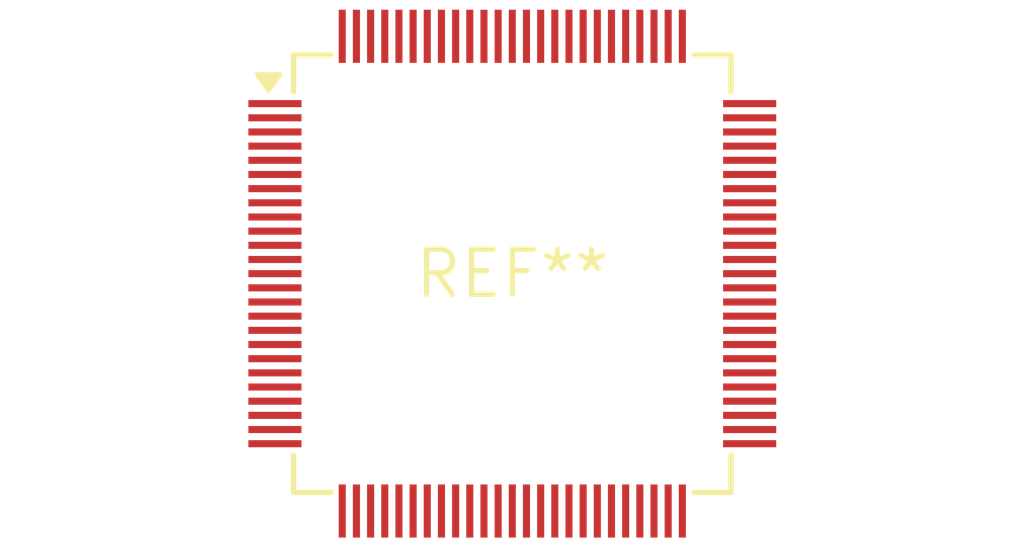
<source format=kicad_pcb>
(kicad_pcb (version 20240108) (generator pcbnew)
  (layers (0 "F.Cu" signal) (31 "B.Cu" signal) (34 "B.Paste" user) (35 "F.Paste" user) (36 "B.SilkS" user "B.Silkscreen") (37 "F.SilkS" user "F.Silkscreen") (38 "B.Mask" user) (39 "F.Mask" user) (44 "Edge.Cuts" user))
  (net 0 "")
  (footprint "TQFP-100_12x12mm_P0.4mm" (layer "F.Cu") (at 0 0)
    (property "Reference" "REF**")
    (property "Value" "TQFP-100_12x12mm_P0.4mm")
    (fp_line (start -6.175 -6.175) (end -5.125 -6.175) (layer "F.SilkS") (stroke (width 0.15)))
    (fp_line (start -6.175 -5.125) (end -6.175 -6.175) (layer "F.SilkS") (stroke (width 0.15)))
    (fp_line (start -6.175 6.175) (end -6.175 5.125) (layer "F.SilkS") (stroke (width 0.15)))
    (fp_line (start -6.175 6.175) (end -5.125 6.175) (layer "F.SilkS") (stroke (width 0.15)))
    (fp_line (start 6.175 -6.175) (end 5.125 -6.175) (layer "F.SilkS") (stroke (width 0.15)))
    (fp_line (start 6.175 -6.175) (end 6.175 -5.125) (layer "F.SilkS") (stroke (width 0.15)))
    (fp_line (start 6.175 6.175) (end 5.125 6.175) (layer "F.SilkS") (stroke (width 0.15)))
    (fp_line (start 6.175 6.175) (end 6.175 5.125) (layer "F.SilkS") (stroke (width 0.15)))
    (fp_poly (pts (xy -6.88 -5.16) (xy -7.22 -5.63) (xy -6.54 -5.63) (xy -6.88 -5.16)) (layer "F.SilkS") (stroke (width 0.12)) (fill solid))
    (pad "1" smd rect (at -6.7 -4.8) (size 1.5 0.2) (layers "F.Cu" "F.Paste" "F.Mask"))
    (pad "2" smd rect (at -6.7 -4.4) (size 1.5 0.2) (layers "F.Cu" "F.Paste" "F.Mask"))
    (pad "3" smd rect (at -6.7 -4) (size 1.5 0.2) (layers "F.Cu" "F.Paste" "F.Mask"))
    (pad "4" smd rect (at -6.7 -3.6) (size 1.5 0.2) (layers "F.Cu" "F.Paste" "F.Mask"))
    (pad "5" smd rect (at -6.7 -3.2) (size 1.5 0.2) (layers "F.Cu" "F.Paste" "F.Mask"))
    (pad "6" smd rect (at -6.7 -2.8) (size 1.5 0.2) (layers "F.Cu" "F.Paste" "F.Mask"))
    (pad "7" smd rect (at -6.7 -2.4) (size 1.5 0.2) (layers "F.Cu" "F.Paste" "F.Mask"))
    (pad "8" smd rect (at -6.7 -2) (size 1.5 0.2) (layers "F.Cu" "F.Paste" "F.Mask"))
    (pad "9" smd rect (at -6.7 -1.6) (size 1.5 0.2) (layers "F.Cu" "F.Paste" "F.Mask"))
    (pad "10" smd rect (at -6.7 -1.2) (size 1.5 0.2) (layers "F.Cu" "F.Paste" "F.Mask"))
    (pad "11" smd rect (at -6.7 -0.8) (size 1.5 0.2) (layers "F.Cu" "F.Paste" "F.Mask"))
    (pad "12" smd rect (at -6.7 -0.4) (size 1.5 0.2) (layers "F.Cu" "F.Paste" "F.Mask"))
    (pad "13" smd rect (at -6.7 0) (size 1.5 0.2) (layers "F.Cu" "F.Paste" "F.Mask"))
    (pad "14" smd rect (at -6.7 0.4) (size 1.5 0.2) (layers "F.Cu" "F.Paste" "F.Mask"))
    (pad "15" smd rect (at -6.7 0.8) (size 1.5 0.2) (layers "F.Cu" "F.Paste" "F.Mask"))
    (pad "16" smd rect (at -6.7 1.2) (size 1.5 0.2) (layers "F.Cu" "F.Paste" "F.Mask"))
    (pad "17" smd rect (at -6.7 1.6) (size 1.5 0.2) (layers "F.Cu" "F.Paste" "F.Mask"))
    (pad "18" smd rect (at -6.7 2) (size 1.5 0.2) (layers "F.Cu" "F.Paste" "F.Mask"))
    (pad "19" smd rect (at -6.7 2.4) (size 1.5 0.2) (layers "F.Cu" "F.Paste" "F.Mask"))
    (pad "20" smd rect (at -6.7 2.8) (size 1.5 0.2) (layers "F.Cu" "F.Paste" "F.Mask"))
    (pad "21" smd rect (at -6.7 3.2) (size 1.5 0.2) (layers "F.Cu" "F.Paste" "F.Mask"))
    (pad "22" smd rect (at -6.7 3.6) (size 1.5 0.2) (layers "F.Cu" "F.Paste" "F.Mask"))
    (pad "23" smd rect (at -6.7 4) (size 1.5 0.2) (layers "F.Cu" "F.Paste" "F.Mask"))
    (pad "24" smd rect (at -6.7 4.4) (size 1.5 0.2) (layers "F.Cu" "F.Paste" "F.Mask"))
    (pad "25" smd rect (at -6.7 4.8) (size 1.5 0.2) (layers "F.Cu" "F.Paste" "F.Mask"))
    (pad "26" smd rect (at -4.8 6.7 90) (size 1.5 0.2) (layers "F.Cu" "F.Paste" "F.Mask"))
    (pad "27" smd rect (at -4.4 6.7 90) (size 1.5 0.2) (layers "F.Cu" "F.Paste" "F.Mask"))
    (pad "28" smd rect (at -4 6.7 90) (size 1.5 0.2) (layers "F.Cu" "F.Paste" "F.Mask"))
    (pad "29" smd rect (at -3.6 6.7 90) (size 1.5 0.2) (layers "F.Cu" "F.Paste" "F.Mask"))
    (pad "30" smd rect (at -3.2 6.7 90) (size 1.5 0.2) (layers "F.Cu" "F.Paste" "F.Mask"))
    (pad "31" smd rect (at -2.8 6.7 90) (size 1.5 0.2) (layers "F.Cu" "F.Paste" "F.Mask"))
    (pad "32" smd rect (at -2.4 6.7 90) (size 1.5 0.2) (layers "F.Cu" "F.Paste" "F.Mask"))
    (pad "33" smd rect (at -2 6.7 90) (size 1.5 0.2) (layers "F.Cu" "F.Paste" "F.Mask"))
    (pad "34" smd rect (at -1.6 6.7 90) (size 1.5 0.2) (layers "F.Cu" "F.Paste" "F.Mask"))
    (pad "35" smd rect (at -1.2 6.7 90) (size 1.5 0.2) (layers "F.Cu" "F.Paste" "F.Mask"))
    (pad "36" smd rect (at -0.8 6.7 90) (size 1.5 0.2) (layers "F.Cu" "F.Paste" "F.Mask"))
    (pad "37" smd rect (at -0.4 6.7 90) (size 1.5 0.2) (layers "F.Cu" "F.Paste" "F.Mask"))
    (pad "38" smd rect (at 0 6.7 90) (size 1.5 0.2) (layers "F.Cu" "F.Paste" "F.Mask"))
    (pad "39" smd rect (at 0.4 6.7 90) (size 1.5 0.2) (layers "F.Cu" "F.Paste" "F.Mask"))
    (pad "40" smd rect (at 0.8 6.7 90) (size 1.5 0.2) (layers "F.Cu" "F.Paste" "F.Mask"))
    (pad "41" smd rect (at 1.2 6.7 90) (size 1.5 0.2) (layers "F.Cu" "F.Paste" "F.Mask"))
    (pad "42" smd rect (at 1.6 6.7 90) (size 1.5 0.2) (layers "F.Cu" "F.Paste" "F.Mask"))
    (pad "43" smd rect (at 2 6.7 90) (size 1.5 0.2) (layers "F.Cu" "F.Paste" "F.Mask"))
    (pad "44" smd rect (at 2.4 6.7 90) (size 1.5 0.2) (layers "F.Cu" "F.Paste" "F.Mask"))
    (pad "45" smd rect (at 2.8 6.7 90) (size 1.5 0.2) (layers "F.Cu" "F.Paste" "F.Mask"))
    (pad "46" smd rect (at 3.2 6.7 90) (size 1.5 0.2) (layers "F.Cu" "F.Paste" "F.Mask"))
    (pad "47" smd rect (at 3.6 6.7 90) (size 1.5 0.2) (layers "F.Cu" "F.Paste" "F.Mask"))
    (pad "48" smd rect (at 4 6.7 90) (size 1.5 0.2) (layers "F.Cu" "F.Paste" "F.Mask"))
    (pad "49" smd rect (at 4.4 6.7 90) (size 1.5 0.2) (layers "F.Cu" "F.Paste" "F.Mask"))
    (pad "50" smd rect (at 4.8 6.7 90) (size 1.5 0.2) (layers "F.Cu" "F.Paste" "F.Mask"))
    (pad "51" smd rect (at 6.7 4.8) (size 1.5 0.2) (layers "F.Cu" "F.Paste" "F.Mask"))
    (pad "52" smd rect (at 6.7 4.4) (size 1.5 0.2) (layers "F.Cu" "F.Paste" "F.Mask"))
    (pad "53" smd rect (at 6.7 4) (size 1.5 0.2) (layers "F.Cu" "F.Paste" "F.Mask"))
    (pad "54" smd rect (at 6.7 3.6) (size 1.5 0.2) (layers "F.Cu" "F.Paste" "F.Mask"))
    (pad "55" smd rect (at 6.7 3.2) (size 1.5 0.2) (layers "F.Cu" "F.Paste" "F.Mask"))
    (pad "56" smd rect (at 6.7 2.8) (size 1.5 0.2) (layers "F.Cu" "F.Paste" "F.Mask"))
    (pad "57" smd rect (at 6.7 2.4) (size 1.5 0.2) (layers "F.Cu" "F.Paste" "F.Mask"))
    (pad "58" smd rect (at 6.7 2) (size 1.5 0.2) (layers "F.Cu" "F.Paste" "F.Mask"))
    (pad "59" smd rect (at 6.7 1.6) (size 1.5 0.2) (layers "F.Cu" "F.Paste" "F.Mask"))
    (pad "60" smd rect (at 6.7 1.2) (size 1.5 0.2) (layers "F.Cu" "F.Paste" "F.Mask"))
    (pad "61" smd rect (at 6.7 0.8) (size 1.5 0.2) (layers "F.Cu" "F.Paste" "F.Mask"))
    (pad "62" smd rect (at 6.7 0.4) (size 1.5 0.2) (layers "F.Cu" "F.Paste" "F.Mask"))
    (pad "63" smd rect (at 6.7 0) (size 1.5 0.2) (layers "F.Cu" "F.Paste" "F.Mask"))
    (pad "64" smd rect (at 6.7 -0.4) (size 1.5 0.2) (layers "F.Cu" "F.Paste" "F.Mask"))
    (pad "65" smd rect (at 6.7 -0.8) (size 1.5 0.2) (layers "F.Cu" "F.Paste" "F.Mask"))
    (pad "66" smd rect (at 6.7 -1.2) (size 1.5 0.2) (layers "F.Cu" "F.Paste" "F.Mask"))
    (pad "67" smd rect (at 6.7 -1.6) (size 1.5 0.2) (layers "F.Cu" "F.Paste" "F.Mask"))
    (pad "68" smd rect (at 6.7 -2) (size 1.5 0.2) (layers "F.Cu" "F.Paste" "F.Mask"))
    (pad "69" smd rect (at 6.7 -2.4) (size 1.5 0.2) (layers "F.Cu" "F.Paste" "F.Mask"))
    (pad "70" smd rect (at 6.7 -2.8) (size 1.5 0.2) (layers "F.Cu" "F.Paste" "F.Mask"))
    (pad "71" smd rect (at 6.7 -3.2) (size 1.5 0.2) (layers "F.Cu" "F.Paste" "F.Mask"))
    (pad "72" smd rect (at 6.7 -3.6) (size 1.5 0.2) (layers "F.Cu" "F.Paste" "F.Mask"))
    (pad "73" smd rect (at 6.7 -4) (size 1.5 0.2) (layers "F.Cu" "F.Paste" "F.Mask"))
    (pad "74" smd rect (at 6.7 -4.4) (size 1.5 0.2) (layers "F.Cu" "F.Paste" "F.Mask"))
    (pad "75" smd rect (at 6.7 -4.8) (size 1.5 0.2) (layers "F.Cu" "F.Paste" "F.Mask"))
    (pad "76" smd rect (at 4.8 -6.7 90) (size 1.5 0.2) (layers "F.Cu" "F.Paste" "F.Mask"))
    (pad "77" smd rect (at 4.4 -6.7 90) (size 1.5 0.2) (layers "F.Cu" "F.Paste" "F.Mask"))
    (pad "78" smd rect (at 4 -6.7 90) (size 1.5 0.2) (layers "F.Cu" "F.Paste" "F.Mask"))
    (pad "79" smd rect (at 3.6 -6.7 90) (size 1.5 0.2) (layers "F.Cu" "F.Paste" "F.Mask"))
    (pad "80" smd rect (at 3.2 -6.7 90) (size 1.5 0.2) (layers "F.Cu" "F.Paste" "F.Mask"))
    (pad "81" smd rect (at 2.8 -6.7 90) (size 1.5 0.2) (layers "F.Cu" "F.Paste" "F.Mask"))
    (pad "82" smd rect (at 2.4 -6.7 90) (size 1.5 0.2) (layers "F.Cu" "F.Paste" "F.Mask"))
    (pad "83" smd rect (at 2 -6.7 90) (size 1.5 0.2) (layers "F.Cu" "F.Paste" "F.Mask"))
    (pad "84" smd rect (at 1.6 -6.7 90) (size 1.5 0.2) (layers "F.Cu" "F.Paste" "F.Mask"))
    (pad "85" smd rect (at 1.2 -6.7 90) (size 1.5 0.2) (layers "F.Cu" "F.Paste" "F.Mask"))
    (pad "86" smd rect (at 0.8 -6.7 90) (size 1.5 0.2) (layers "F.Cu" "F.Paste" "F.Mask"))
    (pad "87" smd rect (at 0.4 -6.7 90) (size 1.5 0.2) (layers "F.Cu" "F.Paste" "F.Mask"))
    (pad "88" smd rect (at 0 -6.7 90) (size 1.5 0.2) (layers "F.Cu" "F.Paste" "F.Mask"))
    (pad "89" smd rect (at -0.4 -6.7 90) (size 1.5 0.2) (layers "F.Cu" "F.Paste" "F.Mask"))
    (pad "90" smd rect (at -0.8 -6.7 90) (size 1.5 0.2) (layers "F.Cu" "F.Paste" "F.Mask"))
    (pad "91" smd rect (at -1.2 -6.7 90) (size 1.5 0.2) (layers "F.Cu" "F.Paste" "F.Mask"))
    (pad "92" smd rect (at -1.6 -6.7 90) (size 1.5 0.2) (layers "F.Cu" "F.Paste" "F.Mask"))
    (pad "93" smd rect (at -2 -6.7 90) (size 1.5 0.2) (layers "F.Cu" "F.Paste" "F.Mask"))
    (pad "94" smd rect (at -2.4 -6.7 90) (size 1.5 0.2) (layers "F.Cu" "F.Paste" "F.Mask"))
    (pad "95" smd rect (at -2.8 -6.7 90) (size 1.5 0.2) (layers "F.Cu" "F.Paste" "F.Mask"))
    (pad "96" smd rect (at -3.2 -6.7 90) (size 1.5 0.2) (layers "F.Cu" "F.Paste" "F.Mask"))
    (pad "97" smd rect (at -3.6 -6.7 90) (size 1.5 0.2) (layers "F.Cu" "F.Paste" "F.Mask"))
    (pad "98" smd rect (at -4 -6.7 90) (size 1.5 0.2) (layers "F.Cu" "F.Paste" "F.Mask"))
    (pad "99" smd rect (at -4.4 -6.7 90) (size 1.5 0.2) (layers "F.Cu" "F.Paste" "F.Mask"))
    (pad "100" smd rect (at -4.8 -6.7 90) (size 1.5 0.2) (layers "F.Cu" "F.Paste" "F.Mask"))
  )
)
</source>
